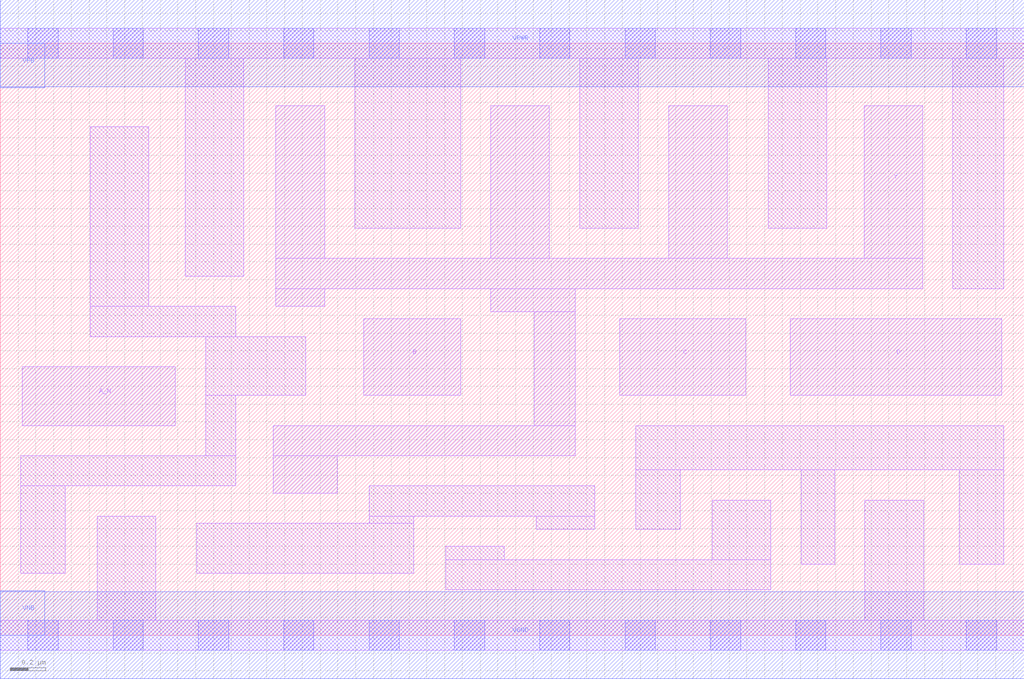
<source format=lef>
# Copyright 2020 The SkyWater PDK Authors
#
# Licensed under the Apache License, Version 2.0 (the "License");
# you may not use this file except in compliance with the License.
# You may obtain a copy of the License at
#
#     https://www.apache.org/licenses/LICENSE-2.0
#
# Unless required by applicable law or agreed to in writing, software
# distributed under the License is distributed on an "AS IS" BASIS,
# WITHOUT WARRANTIES OR CONDITIONS OF ANY KIND, either express or implied.
# See the License for the specific language governing permissions and
# limitations under the License.
#
# SPDX-License-Identifier: Apache-2.0

VERSION 5.5 ;
NAMESCASESENSITIVE ON ;
BUSBITCHARS "[]" ;
DIVIDERCHAR "/" ;
MACRO sky130_fd_sc_ms__nand4b_2
  CLASS CORE ;
  SOURCE USER ;
  ORIGIN  0.000000  0.000000 ;
  SIZE  5.760000 BY  3.330000 ;
  SYMMETRY X Y ;
  SITE unit ;
  PIN A_N
    ANTENNAGATEAREA  0.246000 ;
    DIRECTION INPUT ;
    USE SIGNAL ;
    PORT
      LAYER li1 ;
        RECT 0.125000 1.180000 0.985000 1.510000 ;
    END
  END A_N
  PIN B
    ANTENNAGATEAREA  0.558000 ;
    DIRECTION INPUT ;
    USE SIGNAL ;
    PORT
      LAYER li1 ;
        RECT 2.045000 1.350000 2.590000 1.780000 ;
    END
  END B
  PIN C
    ANTENNAGATEAREA  0.558000 ;
    DIRECTION INPUT ;
    USE SIGNAL ;
    PORT
      LAYER li1 ;
        RECT 3.485000 1.350000 4.195000 1.780000 ;
    END
  END C
  PIN D
    ANTENNAGATEAREA  0.558000 ;
    DIRECTION INPUT ;
    USE SIGNAL ;
    PORT
      LAYER li1 ;
        RECT 4.445000 1.350000 5.635000 1.780000 ;
    END
  END D
  PIN Y
    ANTENNADIFFAREA  1.573400 ;
    DIRECTION OUTPUT ;
    USE SIGNAL ;
    PORT
      LAYER li1 ;
        RECT 1.535000 0.800000 1.895000 1.010000 ;
        RECT 1.535000 1.010000 3.235000 1.180000 ;
        RECT 1.550000 1.850000 1.825000 1.950000 ;
        RECT 1.550000 1.950000 5.190000 2.120000 ;
        RECT 1.550000 2.120000 1.825000 2.980000 ;
        RECT 2.760000 1.820000 3.235000 1.950000 ;
        RECT 2.760000 2.120000 3.090000 2.980000 ;
        RECT 3.005000 1.180000 3.235000 1.820000 ;
        RECT 3.760000 2.120000 4.090000 2.980000 ;
        RECT 4.860000 2.120000 5.190000 2.980000 ;
    END
  END Y
  PIN VGND
    DIRECTION INOUT ;
    USE GROUND ;
    PORT
      LAYER met1 ;
        RECT 0.000000 -0.245000 5.760000 0.245000 ;
    END
  END VGND
  PIN VNB
    DIRECTION INOUT ;
    USE GROUND ;
    PORT
    END
  END VNB
  PIN VPB
    DIRECTION INOUT ;
    USE POWER ;
    PORT
    END
  END VPB
  PIN VNB
    DIRECTION INOUT ;
    USE GROUND ;
    PORT
      LAYER met1 ;
        RECT 0.000000 0.000000 0.250000 0.250000 ;
    END
  END VNB
  PIN VPB
    DIRECTION INOUT ;
    USE POWER ;
    PORT
      LAYER met1 ;
        RECT 0.000000 3.080000 0.250000 3.330000 ;
    END
  END VPB
  PIN VPWR
    DIRECTION INOUT ;
    USE POWER ;
    PORT
      LAYER met1 ;
        RECT 0.000000 3.085000 5.760000 3.575000 ;
    END
  END VPWR
  OBS
    LAYER li1 ;
      RECT 0.000000 -0.085000 5.760000 0.085000 ;
      RECT 0.000000  3.245000 5.760000 3.415000 ;
      RECT 0.115000  0.350000 0.365000 0.840000 ;
      RECT 0.115000  0.840000 1.325000 1.010000 ;
      RECT 0.505000  1.680000 1.325000 1.850000 ;
      RECT 0.505000  1.850000 0.835000 2.860000 ;
      RECT 0.545000  0.085000 0.875000 0.670000 ;
      RECT 1.040000  2.020000 1.370000 3.245000 ;
      RECT 1.105000  0.350000 2.325000 0.630000 ;
      RECT 1.155000  1.010000 1.325000 1.350000 ;
      RECT 1.155000  1.350000 1.720000 1.680000 ;
      RECT 1.995000  2.290000 2.590000 3.245000 ;
      RECT 2.075000  0.630000 2.325000 0.670000 ;
      RECT 2.075000  0.670000 3.345000 0.840000 ;
      RECT 2.505000  0.255000 4.335000 0.425000 ;
      RECT 2.505000  0.425000 2.835000 0.500000 ;
      RECT 3.015000  0.595000 3.345000 0.670000 ;
      RECT 3.260000  2.290000 3.590000 3.245000 ;
      RECT 3.575000  0.595000 3.825000 0.930000 ;
      RECT 3.575000  0.930000 5.645000 1.180000 ;
      RECT 4.005000  0.425000 4.335000 0.760000 ;
      RECT 4.320000  2.290000 4.650000 3.245000 ;
      RECT 4.505000  0.400000 4.695000 0.930000 ;
      RECT 4.865000  0.085000 5.195000 0.760000 ;
      RECT 5.360000  1.950000 5.645000 3.245000 ;
      RECT 5.395000  0.400000 5.645000 0.930000 ;
    LAYER mcon ;
      RECT 0.155000 -0.085000 0.325000 0.085000 ;
      RECT 0.155000  3.245000 0.325000 3.415000 ;
      RECT 0.635000 -0.085000 0.805000 0.085000 ;
      RECT 0.635000  3.245000 0.805000 3.415000 ;
      RECT 1.115000 -0.085000 1.285000 0.085000 ;
      RECT 1.115000  3.245000 1.285000 3.415000 ;
      RECT 1.595000 -0.085000 1.765000 0.085000 ;
      RECT 1.595000  3.245000 1.765000 3.415000 ;
      RECT 2.075000 -0.085000 2.245000 0.085000 ;
      RECT 2.075000  3.245000 2.245000 3.415000 ;
      RECT 2.555000 -0.085000 2.725000 0.085000 ;
      RECT 2.555000  3.245000 2.725000 3.415000 ;
      RECT 3.035000 -0.085000 3.205000 0.085000 ;
      RECT 3.035000  3.245000 3.205000 3.415000 ;
      RECT 3.515000 -0.085000 3.685000 0.085000 ;
      RECT 3.515000  3.245000 3.685000 3.415000 ;
      RECT 3.995000 -0.085000 4.165000 0.085000 ;
      RECT 3.995000  3.245000 4.165000 3.415000 ;
      RECT 4.475000 -0.085000 4.645000 0.085000 ;
      RECT 4.475000  3.245000 4.645000 3.415000 ;
      RECT 4.955000 -0.085000 5.125000 0.085000 ;
      RECT 4.955000  3.245000 5.125000 3.415000 ;
      RECT 5.435000 -0.085000 5.605000 0.085000 ;
      RECT 5.435000  3.245000 5.605000 3.415000 ;
  END
END sky130_fd_sc_ms__nand4b_2
END LIBRARY

</source>
